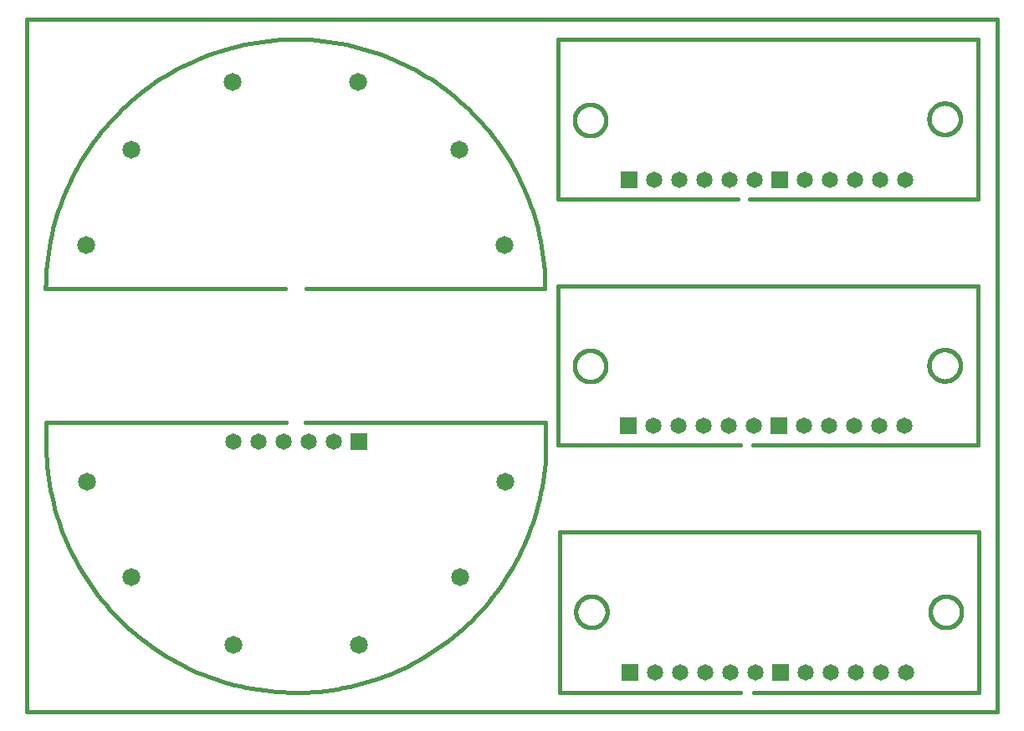
<source format=gbl>
G75*
%MOIN*%
%OFA0B0*%
%FSLAX25Y25*%
%IPPOS*%
%LPD*%
%AMOC8*
5,1,8,0,0,1.08239X$1,22.5*
%
%ADD10C,0.01600*%
%ADD11C,0.07124*%
%ADD12R,0.06500X0.06500*%
%ADD13C,0.06500*%
D10*
X0001800Y0025623D02*
X0001800Y0301463D01*
X0388760Y0301463D01*
X0388760Y0025623D01*
X0001800Y0025623D01*
X0009689Y0138093D02*
X0009592Y0135653D01*
X0009554Y0133211D01*
X0009575Y0130769D01*
X0009657Y0128328D01*
X0009799Y0125890D01*
X0010000Y0123456D01*
X0010261Y0121028D01*
X0010581Y0118607D01*
X0010961Y0116195D01*
X0011399Y0113792D01*
X0011896Y0111401D01*
X0012452Y0109023D01*
X0013066Y0106659D01*
X0013738Y0104311D01*
X0014467Y0101981D01*
X0015253Y0099668D01*
X0016095Y0097376D01*
X0016994Y0095105D01*
X0017947Y0092857D01*
X0018956Y0090633D01*
X0020019Y0088434D01*
X0021135Y0086262D01*
X0022304Y0084118D01*
X0023526Y0082003D01*
X0024799Y0079919D01*
X0026123Y0077867D01*
X0027496Y0075848D01*
X0028919Y0073863D01*
X0030390Y0071913D01*
X0031908Y0070000D01*
X0033473Y0068125D01*
X0035083Y0066289D01*
X0036738Y0064493D01*
X0038436Y0062738D01*
X0040177Y0061025D01*
X0041959Y0059356D01*
X0043782Y0057730D01*
X0045644Y0056150D01*
X0047544Y0054616D01*
X0049481Y0053129D01*
X0051454Y0051690D01*
X0053462Y0050299D01*
X0055503Y0048958D01*
X0057576Y0047668D01*
X0059681Y0046429D01*
X0061815Y0045242D01*
X0063977Y0044107D01*
X0066167Y0043026D01*
X0068383Y0041999D01*
X0070623Y0041027D01*
X0072886Y0040110D01*
X0075172Y0039248D01*
X0077477Y0038443D01*
X0079802Y0037694D01*
X0082144Y0037003D01*
X0084503Y0036370D01*
X0086876Y0035794D01*
X0089263Y0035277D01*
X0091661Y0034818D01*
X0094071Y0034418D01*
X0096489Y0034078D01*
X0098915Y0033797D01*
X0101347Y0033575D01*
X0103784Y0033414D01*
X0106224Y0033311D01*
X0108665Y0033269D01*
X0111108Y0033287D01*
X0113548Y0033364D01*
X0115987Y0033502D01*
X0118421Y0033699D01*
X0120850Y0033956D01*
X0123271Y0034272D01*
X0125684Y0034647D01*
X0128087Y0035082D01*
X0130479Y0035575D01*
X0132858Y0036127D01*
X0135223Y0036736D01*
X0137572Y0037404D01*
X0139904Y0038129D01*
X0142218Y0038911D01*
X0144511Y0039750D01*
X0146784Y0040644D01*
X0149034Y0041594D01*
X0151260Y0042599D01*
X0153460Y0043658D01*
X0155634Y0044770D01*
X0157780Y0045936D01*
X0159897Y0047154D01*
X0161983Y0048423D01*
X0164038Y0049744D01*
X0166059Y0051114D01*
X0168047Y0052533D01*
X0169999Y0054001D01*
X0171914Y0055515D01*
X0173792Y0057077D01*
X0175631Y0058684D01*
X0177430Y0060336D01*
X0179188Y0062031D01*
X0180903Y0063769D01*
X0182576Y0065548D01*
X0184205Y0067368D01*
X0185788Y0069227D01*
X0187325Y0071125D01*
X0188816Y0073059D01*
X0190258Y0075030D01*
X0191652Y0077035D01*
X0192997Y0079074D01*
X0194290Y0081145D01*
X0195533Y0083248D01*
X0196724Y0085380D01*
X0197862Y0087540D01*
X0198947Y0089728D01*
X0199978Y0091942D01*
X0200954Y0094181D01*
X0201875Y0096443D01*
X0202741Y0098726D01*
X0203550Y0101030D01*
X0204302Y0103354D01*
X0204997Y0105695D01*
X0205635Y0108052D01*
X0206215Y0110425D01*
X0206736Y0112811D01*
X0207199Y0115208D01*
X0207603Y0117617D01*
X0207947Y0120035D01*
X0208232Y0122460D01*
X0208458Y0124892D01*
X0208624Y0127328D01*
X0208730Y0129768D01*
X0208777Y0132210D01*
X0208763Y0134652D01*
X0208690Y0137093D01*
X0208690Y0134843D02*
X0208690Y0140843D01*
X0208440Y0140843D02*
X0112940Y0140843D01*
X0105440Y0140843D02*
X0009940Y0140843D01*
X0009690Y0140843D02*
X0009690Y0138093D01*
X0009440Y0194093D02*
X0104940Y0194093D01*
X0009440Y0194093D02*
X0009470Y0196516D01*
X0009558Y0198937D01*
X0009705Y0201356D01*
X0009912Y0203770D01*
X0010177Y0206179D01*
X0010500Y0208580D01*
X0010882Y0210973D01*
X0011322Y0213356D01*
X0011820Y0215727D01*
X0012376Y0218086D01*
X0012989Y0220430D01*
X0013659Y0222759D01*
X0014385Y0225071D01*
X0015167Y0227364D01*
X0016005Y0229637D01*
X0016898Y0231890D01*
X0017846Y0234120D01*
X0018848Y0236326D01*
X0019903Y0238508D01*
X0021011Y0240663D01*
X0022171Y0242790D01*
X0023383Y0244889D01*
X0024645Y0246957D01*
X0025957Y0248994D01*
X0027319Y0250998D01*
X0028729Y0252969D01*
X0030186Y0254905D01*
X0031690Y0256804D01*
X0033240Y0258667D01*
X0034835Y0260491D01*
X0036474Y0262276D01*
X0038156Y0264020D01*
X0039880Y0265723D01*
X0041644Y0267384D01*
X0043449Y0269001D01*
X0045293Y0270573D01*
X0047174Y0272101D01*
X0049092Y0273582D01*
X0051045Y0275015D01*
X0053033Y0276401D01*
X0055054Y0277738D01*
X0057106Y0279026D01*
X0059190Y0280263D01*
X0061303Y0281448D01*
X0063444Y0282583D01*
X0065613Y0283664D01*
X0067807Y0284693D01*
X0070025Y0285667D01*
X0072267Y0286588D01*
X0074530Y0287454D01*
X0076813Y0288264D01*
X0079116Y0289018D01*
X0081436Y0289716D01*
X0083773Y0290358D01*
X0086125Y0290942D01*
X0088490Y0291469D01*
X0090867Y0291938D01*
X0093255Y0292349D01*
X0095652Y0292702D01*
X0098058Y0292996D01*
X0100469Y0293232D01*
X0102886Y0293409D01*
X0105306Y0293527D01*
X0107728Y0293586D01*
X0110152Y0293586D01*
X0112574Y0293527D01*
X0114994Y0293409D01*
X0117411Y0293232D01*
X0119822Y0292996D01*
X0122228Y0292702D01*
X0124625Y0292349D01*
X0127013Y0291938D01*
X0129390Y0291469D01*
X0131755Y0290942D01*
X0134107Y0290358D01*
X0136444Y0289716D01*
X0138764Y0289018D01*
X0141067Y0288264D01*
X0143350Y0287454D01*
X0145613Y0286588D01*
X0147855Y0285667D01*
X0150073Y0284693D01*
X0152267Y0283664D01*
X0154436Y0282583D01*
X0156577Y0281448D01*
X0158690Y0280263D01*
X0160774Y0279026D01*
X0162826Y0277738D01*
X0164847Y0276401D01*
X0166835Y0275015D01*
X0168788Y0273582D01*
X0170706Y0272101D01*
X0172587Y0270573D01*
X0174431Y0269001D01*
X0176236Y0267384D01*
X0178000Y0265723D01*
X0179724Y0264020D01*
X0181406Y0262276D01*
X0183045Y0260491D01*
X0184640Y0258667D01*
X0186190Y0256804D01*
X0187694Y0254905D01*
X0189151Y0252969D01*
X0190561Y0250998D01*
X0191923Y0248994D01*
X0193235Y0246957D01*
X0194497Y0244889D01*
X0195709Y0242790D01*
X0196869Y0240663D01*
X0197977Y0238508D01*
X0199032Y0236326D01*
X0200034Y0234120D01*
X0200982Y0231890D01*
X0201875Y0229637D01*
X0202713Y0227364D01*
X0203495Y0225071D01*
X0204221Y0222759D01*
X0204891Y0220430D01*
X0205504Y0218086D01*
X0206060Y0215727D01*
X0206558Y0213356D01*
X0206998Y0210973D01*
X0207380Y0208580D01*
X0207703Y0206179D01*
X0207968Y0203770D01*
X0208175Y0201356D01*
X0208322Y0198937D01*
X0208410Y0196516D01*
X0208440Y0194093D01*
X0113190Y0194093D01*
X0213690Y0195343D02*
X0213690Y0131843D01*
X0286190Y0131843D01*
X0291440Y0131843D02*
X0380940Y0131843D01*
X0380940Y0195343D01*
X0213690Y0195343D01*
X0220190Y0163343D02*
X0220192Y0163501D01*
X0220198Y0163658D01*
X0220208Y0163816D01*
X0220222Y0163973D01*
X0220240Y0164129D01*
X0220261Y0164286D01*
X0220287Y0164441D01*
X0220317Y0164596D01*
X0220350Y0164750D01*
X0220388Y0164903D01*
X0220429Y0165056D01*
X0220474Y0165207D01*
X0220523Y0165357D01*
X0220576Y0165505D01*
X0220632Y0165653D01*
X0220693Y0165798D01*
X0220756Y0165943D01*
X0220824Y0166085D01*
X0220895Y0166226D01*
X0220969Y0166365D01*
X0221047Y0166502D01*
X0221129Y0166637D01*
X0221213Y0166770D01*
X0221302Y0166901D01*
X0221393Y0167029D01*
X0221488Y0167156D01*
X0221585Y0167279D01*
X0221686Y0167401D01*
X0221790Y0167519D01*
X0221897Y0167635D01*
X0222007Y0167748D01*
X0222119Y0167859D01*
X0222235Y0167966D01*
X0222353Y0168071D01*
X0222473Y0168173D01*
X0222596Y0168271D01*
X0222722Y0168367D01*
X0222850Y0168459D01*
X0222980Y0168548D01*
X0223112Y0168634D01*
X0223247Y0168716D01*
X0223384Y0168795D01*
X0223522Y0168870D01*
X0223662Y0168942D01*
X0223805Y0169010D01*
X0223948Y0169075D01*
X0224094Y0169136D01*
X0224241Y0169193D01*
X0224389Y0169247D01*
X0224539Y0169297D01*
X0224689Y0169343D01*
X0224841Y0169385D01*
X0224994Y0169424D01*
X0225148Y0169458D01*
X0225303Y0169489D01*
X0225458Y0169515D01*
X0225614Y0169538D01*
X0225771Y0169557D01*
X0225928Y0169572D01*
X0226085Y0169583D01*
X0226243Y0169590D01*
X0226401Y0169593D01*
X0226558Y0169592D01*
X0226716Y0169587D01*
X0226873Y0169578D01*
X0227031Y0169565D01*
X0227187Y0169548D01*
X0227344Y0169527D01*
X0227499Y0169503D01*
X0227654Y0169474D01*
X0227809Y0169441D01*
X0227962Y0169405D01*
X0228115Y0169364D01*
X0228266Y0169320D01*
X0228416Y0169272D01*
X0228565Y0169221D01*
X0228713Y0169165D01*
X0228859Y0169106D01*
X0229004Y0169043D01*
X0229147Y0168976D01*
X0229288Y0168906D01*
X0229427Y0168833D01*
X0229565Y0168756D01*
X0229701Y0168675D01*
X0229834Y0168591D01*
X0229965Y0168504D01*
X0230094Y0168413D01*
X0230221Y0168319D01*
X0230346Y0168222D01*
X0230467Y0168122D01*
X0230587Y0168019D01*
X0230703Y0167913D01*
X0230817Y0167804D01*
X0230929Y0167692D01*
X0231037Y0167578D01*
X0231142Y0167460D01*
X0231245Y0167340D01*
X0231344Y0167218D01*
X0231440Y0167093D01*
X0231533Y0166965D01*
X0231623Y0166836D01*
X0231709Y0166704D01*
X0231793Y0166570D01*
X0231872Y0166434D01*
X0231949Y0166296D01*
X0232021Y0166156D01*
X0232090Y0166014D01*
X0232156Y0165871D01*
X0232218Y0165726D01*
X0232276Y0165579D01*
X0232331Y0165431D01*
X0232382Y0165282D01*
X0232429Y0165131D01*
X0232472Y0164980D01*
X0232511Y0164827D01*
X0232547Y0164673D01*
X0232578Y0164519D01*
X0232606Y0164364D01*
X0232630Y0164208D01*
X0232650Y0164051D01*
X0232666Y0163894D01*
X0232678Y0163737D01*
X0232686Y0163580D01*
X0232690Y0163422D01*
X0232690Y0163264D01*
X0232686Y0163106D01*
X0232678Y0162949D01*
X0232666Y0162792D01*
X0232650Y0162635D01*
X0232630Y0162478D01*
X0232606Y0162322D01*
X0232578Y0162167D01*
X0232547Y0162013D01*
X0232511Y0161859D01*
X0232472Y0161706D01*
X0232429Y0161555D01*
X0232382Y0161404D01*
X0232331Y0161255D01*
X0232276Y0161107D01*
X0232218Y0160960D01*
X0232156Y0160815D01*
X0232090Y0160672D01*
X0232021Y0160530D01*
X0231949Y0160390D01*
X0231872Y0160252D01*
X0231793Y0160116D01*
X0231709Y0159982D01*
X0231623Y0159850D01*
X0231533Y0159721D01*
X0231440Y0159593D01*
X0231344Y0159468D01*
X0231245Y0159346D01*
X0231142Y0159226D01*
X0231037Y0159108D01*
X0230929Y0158994D01*
X0230817Y0158882D01*
X0230703Y0158773D01*
X0230587Y0158667D01*
X0230467Y0158564D01*
X0230346Y0158464D01*
X0230221Y0158367D01*
X0230094Y0158273D01*
X0229965Y0158182D01*
X0229834Y0158095D01*
X0229701Y0158011D01*
X0229565Y0157930D01*
X0229427Y0157853D01*
X0229288Y0157780D01*
X0229147Y0157710D01*
X0229004Y0157643D01*
X0228859Y0157580D01*
X0228713Y0157521D01*
X0228565Y0157465D01*
X0228416Y0157414D01*
X0228266Y0157366D01*
X0228115Y0157322D01*
X0227962Y0157281D01*
X0227809Y0157245D01*
X0227654Y0157212D01*
X0227499Y0157183D01*
X0227344Y0157159D01*
X0227187Y0157138D01*
X0227031Y0157121D01*
X0226873Y0157108D01*
X0226716Y0157099D01*
X0226558Y0157094D01*
X0226401Y0157093D01*
X0226243Y0157096D01*
X0226085Y0157103D01*
X0225928Y0157114D01*
X0225771Y0157129D01*
X0225614Y0157148D01*
X0225458Y0157171D01*
X0225303Y0157197D01*
X0225148Y0157228D01*
X0224994Y0157262D01*
X0224841Y0157301D01*
X0224689Y0157343D01*
X0224539Y0157389D01*
X0224389Y0157439D01*
X0224241Y0157493D01*
X0224094Y0157550D01*
X0223948Y0157611D01*
X0223805Y0157676D01*
X0223662Y0157744D01*
X0223522Y0157816D01*
X0223384Y0157891D01*
X0223247Y0157970D01*
X0223112Y0158052D01*
X0222980Y0158138D01*
X0222850Y0158227D01*
X0222722Y0158319D01*
X0222596Y0158415D01*
X0222473Y0158513D01*
X0222353Y0158615D01*
X0222235Y0158720D01*
X0222119Y0158827D01*
X0222007Y0158938D01*
X0221897Y0159051D01*
X0221790Y0159167D01*
X0221686Y0159285D01*
X0221585Y0159407D01*
X0221488Y0159530D01*
X0221393Y0159657D01*
X0221302Y0159785D01*
X0221213Y0159916D01*
X0221129Y0160049D01*
X0221047Y0160184D01*
X0220969Y0160321D01*
X0220895Y0160460D01*
X0220824Y0160601D01*
X0220756Y0160743D01*
X0220693Y0160888D01*
X0220632Y0161033D01*
X0220576Y0161181D01*
X0220523Y0161329D01*
X0220474Y0161479D01*
X0220429Y0161630D01*
X0220388Y0161783D01*
X0220350Y0161936D01*
X0220317Y0162090D01*
X0220287Y0162245D01*
X0220261Y0162400D01*
X0220240Y0162557D01*
X0220222Y0162713D01*
X0220208Y0162870D01*
X0220198Y0163028D01*
X0220192Y0163185D01*
X0220190Y0163343D01*
X0214440Y0097093D02*
X0381440Y0097093D01*
X0381440Y0033343D01*
X0291690Y0033343D01*
X0286190Y0033343D02*
X0214190Y0033343D01*
X0214190Y0096843D01*
X0220690Y0065343D02*
X0220692Y0065501D01*
X0220698Y0065658D01*
X0220708Y0065816D01*
X0220722Y0065973D01*
X0220740Y0066129D01*
X0220761Y0066286D01*
X0220787Y0066441D01*
X0220817Y0066596D01*
X0220850Y0066750D01*
X0220888Y0066903D01*
X0220929Y0067056D01*
X0220974Y0067207D01*
X0221023Y0067357D01*
X0221076Y0067505D01*
X0221132Y0067653D01*
X0221193Y0067798D01*
X0221256Y0067943D01*
X0221324Y0068085D01*
X0221395Y0068226D01*
X0221469Y0068365D01*
X0221547Y0068502D01*
X0221629Y0068637D01*
X0221713Y0068770D01*
X0221802Y0068901D01*
X0221893Y0069029D01*
X0221988Y0069156D01*
X0222085Y0069279D01*
X0222186Y0069401D01*
X0222290Y0069519D01*
X0222397Y0069635D01*
X0222507Y0069748D01*
X0222619Y0069859D01*
X0222735Y0069966D01*
X0222853Y0070071D01*
X0222973Y0070173D01*
X0223096Y0070271D01*
X0223222Y0070367D01*
X0223350Y0070459D01*
X0223480Y0070548D01*
X0223612Y0070634D01*
X0223747Y0070716D01*
X0223884Y0070795D01*
X0224022Y0070870D01*
X0224162Y0070942D01*
X0224305Y0071010D01*
X0224448Y0071075D01*
X0224594Y0071136D01*
X0224741Y0071193D01*
X0224889Y0071247D01*
X0225039Y0071297D01*
X0225189Y0071343D01*
X0225341Y0071385D01*
X0225494Y0071424D01*
X0225648Y0071458D01*
X0225803Y0071489D01*
X0225958Y0071515D01*
X0226114Y0071538D01*
X0226271Y0071557D01*
X0226428Y0071572D01*
X0226585Y0071583D01*
X0226743Y0071590D01*
X0226901Y0071593D01*
X0227058Y0071592D01*
X0227216Y0071587D01*
X0227373Y0071578D01*
X0227531Y0071565D01*
X0227687Y0071548D01*
X0227844Y0071527D01*
X0227999Y0071503D01*
X0228154Y0071474D01*
X0228309Y0071441D01*
X0228462Y0071405D01*
X0228615Y0071364D01*
X0228766Y0071320D01*
X0228916Y0071272D01*
X0229065Y0071221D01*
X0229213Y0071165D01*
X0229359Y0071106D01*
X0229504Y0071043D01*
X0229647Y0070976D01*
X0229788Y0070906D01*
X0229927Y0070833D01*
X0230065Y0070756D01*
X0230201Y0070675D01*
X0230334Y0070591D01*
X0230465Y0070504D01*
X0230594Y0070413D01*
X0230721Y0070319D01*
X0230846Y0070222D01*
X0230967Y0070122D01*
X0231087Y0070019D01*
X0231203Y0069913D01*
X0231317Y0069804D01*
X0231429Y0069692D01*
X0231537Y0069578D01*
X0231642Y0069460D01*
X0231745Y0069340D01*
X0231844Y0069218D01*
X0231940Y0069093D01*
X0232033Y0068965D01*
X0232123Y0068836D01*
X0232209Y0068704D01*
X0232293Y0068570D01*
X0232372Y0068434D01*
X0232449Y0068296D01*
X0232521Y0068156D01*
X0232590Y0068014D01*
X0232656Y0067871D01*
X0232718Y0067726D01*
X0232776Y0067579D01*
X0232831Y0067431D01*
X0232882Y0067282D01*
X0232929Y0067131D01*
X0232972Y0066980D01*
X0233011Y0066827D01*
X0233047Y0066673D01*
X0233078Y0066519D01*
X0233106Y0066364D01*
X0233130Y0066208D01*
X0233150Y0066051D01*
X0233166Y0065894D01*
X0233178Y0065737D01*
X0233186Y0065580D01*
X0233190Y0065422D01*
X0233190Y0065264D01*
X0233186Y0065106D01*
X0233178Y0064949D01*
X0233166Y0064792D01*
X0233150Y0064635D01*
X0233130Y0064478D01*
X0233106Y0064322D01*
X0233078Y0064167D01*
X0233047Y0064013D01*
X0233011Y0063859D01*
X0232972Y0063706D01*
X0232929Y0063555D01*
X0232882Y0063404D01*
X0232831Y0063255D01*
X0232776Y0063107D01*
X0232718Y0062960D01*
X0232656Y0062815D01*
X0232590Y0062672D01*
X0232521Y0062530D01*
X0232449Y0062390D01*
X0232372Y0062252D01*
X0232293Y0062116D01*
X0232209Y0061982D01*
X0232123Y0061850D01*
X0232033Y0061721D01*
X0231940Y0061593D01*
X0231844Y0061468D01*
X0231745Y0061346D01*
X0231642Y0061226D01*
X0231537Y0061108D01*
X0231429Y0060994D01*
X0231317Y0060882D01*
X0231203Y0060773D01*
X0231087Y0060667D01*
X0230967Y0060564D01*
X0230846Y0060464D01*
X0230721Y0060367D01*
X0230594Y0060273D01*
X0230465Y0060182D01*
X0230334Y0060095D01*
X0230201Y0060011D01*
X0230065Y0059930D01*
X0229927Y0059853D01*
X0229788Y0059780D01*
X0229647Y0059710D01*
X0229504Y0059643D01*
X0229359Y0059580D01*
X0229213Y0059521D01*
X0229065Y0059465D01*
X0228916Y0059414D01*
X0228766Y0059366D01*
X0228615Y0059322D01*
X0228462Y0059281D01*
X0228309Y0059245D01*
X0228154Y0059212D01*
X0227999Y0059183D01*
X0227844Y0059159D01*
X0227687Y0059138D01*
X0227531Y0059121D01*
X0227373Y0059108D01*
X0227216Y0059099D01*
X0227058Y0059094D01*
X0226901Y0059093D01*
X0226743Y0059096D01*
X0226585Y0059103D01*
X0226428Y0059114D01*
X0226271Y0059129D01*
X0226114Y0059148D01*
X0225958Y0059171D01*
X0225803Y0059197D01*
X0225648Y0059228D01*
X0225494Y0059262D01*
X0225341Y0059301D01*
X0225189Y0059343D01*
X0225039Y0059389D01*
X0224889Y0059439D01*
X0224741Y0059493D01*
X0224594Y0059550D01*
X0224448Y0059611D01*
X0224305Y0059676D01*
X0224162Y0059744D01*
X0224022Y0059816D01*
X0223884Y0059891D01*
X0223747Y0059970D01*
X0223612Y0060052D01*
X0223480Y0060138D01*
X0223350Y0060227D01*
X0223222Y0060319D01*
X0223096Y0060415D01*
X0222973Y0060513D01*
X0222853Y0060615D01*
X0222735Y0060720D01*
X0222619Y0060827D01*
X0222507Y0060938D01*
X0222397Y0061051D01*
X0222290Y0061167D01*
X0222186Y0061285D01*
X0222085Y0061407D01*
X0221988Y0061530D01*
X0221893Y0061657D01*
X0221802Y0061785D01*
X0221713Y0061916D01*
X0221629Y0062049D01*
X0221547Y0062184D01*
X0221469Y0062321D01*
X0221395Y0062460D01*
X0221324Y0062601D01*
X0221256Y0062743D01*
X0221193Y0062888D01*
X0221132Y0063033D01*
X0221076Y0063181D01*
X0221023Y0063329D01*
X0220974Y0063479D01*
X0220929Y0063630D01*
X0220888Y0063783D01*
X0220850Y0063936D01*
X0220817Y0064090D01*
X0220787Y0064245D01*
X0220761Y0064400D01*
X0220740Y0064557D01*
X0220722Y0064713D01*
X0220708Y0064870D01*
X0220698Y0065028D01*
X0220692Y0065185D01*
X0220690Y0065343D01*
X0361940Y0065343D02*
X0361942Y0065501D01*
X0361948Y0065658D01*
X0361958Y0065816D01*
X0361972Y0065973D01*
X0361990Y0066129D01*
X0362011Y0066286D01*
X0362037Y0066441D01*
X0362067Y0066596D01*
X0362100Y0066750D01*
X0362138Y0066903D01*
X0362179Y0067056D01*
X0362224Y0067207D01*
X0362273Y0067357D01*
X0362326Y0067505D01*
X0362382Y0067653D01*
X0362443Y0067798D01*
X0362506Y0067943D01*
X0362574Y0068085D01*
X0362645Y0068226D01*
X0362719Y0068365D01*
X0362797Y0068502D01*
X0362879Y0068637D01*
X0362963Y0068770D01*
X0363052Y0068901D01*
X0363143Y0069029D01*
X0363238Y0069156D01*
X0363335Y0069279D01*
X0363436Y0069401D01*
X0363540Y0069519D01*
X0363647Y0069635D01*
X0363757Y0069748D01*
X0363869Y0069859D01*
X0363985Y0069966D01*
X0364103Y0070071D01*
X0364223Y0070173D01*
X0364346Y0070271D01*
X0364472Y0070367D01*
X0364600Y0070459D01*
X0364730Y0070548D01*
X0364862Y0070634D01*
X0364997Y0070716D01*
X0365134Y0070795D01*
X0365272Y0070870D01*
X0365412Y0070942D01*
X0365555Y0071010D01*
X0365698Y0071075D01*
X0365844Y0071136D01*
X0365991Y0071193D01*
X0366139Y0071247D01*
X0366289Y0071297D01*
X0366439Y0071343D01*
X0366591Y0071385D01*
X0366744Y0071424D01*
X0366898Y0071458D01*
X0367053Y0071489D01*
X0367208Y0071515D01*
X0367364Y0071538D01*
X0367521Y0071557D01*
X0367678Y0071572D01*
X0367835Y0071583D01*
X0367993Y0071590D01*
X0368151Y0071593D01*
X0368308Y0071592D01*
X0368466Y0071587D01*
X0368623Y0071578D01*
X0368781Y0071565D01*
X0368937Y0071548D01*
X0369094Y0071527D01*
X0369249Y0071503D01*
X0369404Y0071474D01*
X0369559Y0071441D01*
X0369712Y0071405D01*
X0369865Y0071364D01*
X0370016Y0071320D01*
X0370166Y0071272D01*
X0370315Y0071221D01*
X0370463Y0071165D01*
X0370609Y0071106D01*
X0370754Y0071043D01*
X0370897Y0070976D01*
X0371038Y0070906D01*
X0371177Y0070833D01*
X0371315Y0070756D01*
X0371451Y0070675D01*
X0371584Y0070591D01*
X0371715Y0070504D01*
X0371844Y0070413D01*
X0371971Y0070319D01*
X0372096Y0070222D01*
X0372217Y0070122D01*
X0372337Y0070019D01*
X0372453Y0069913D01*
X0372567Y0069804D01*
X0372679Y0069692D01*
X0372787Y0069578D01*
X0372892Y0069460D01*
X0372995Y0069340D01*
X0373094Y0069218D01*
X0373190Y0069093D01*
X0373283Y0068965D01*
X0373373Y0068836D01*
X0373459Y0068704D01*
X0373543Y0068570D01*
X0373622Y0068434D01*
X0373699Y0068296D01*
X0373771Y0068156D01*
X0373840Y0068014D01*
X0373906Y0067871D01*
X0373968Y0067726D01*
X0374026Y0067579D01*
X0374081Y0067431D01*
X0374132Y0067282D01*
X0374179Y0067131D01*
X0374222Y0066980D01*
X0374261Y0066827D01*
X0374297Y0066673D01*
X0374328Y0066519D01*
X0374356Y0066364D01*
X0374380Y0066208D01*
X0374400Y0066051D01*
X0374416Y0065894D01*
X0374428Y0065737D01*
X0374436Y0065580D01*
X0374440Y0065422D01*
X0374440Y0065264D01*
X0374436Y0065106D01*
X0374428Y0064949D01*
X0374416Y0064792D01*
X0374400Y0064635D01*
X0374380Y0064478D01*
X0374356Y0064322D01*
X0374328Y0064167D01*
X0374297Y0064013D01*
X0374261Y0063859D01*
X0374222Y0063706D01*
X0374179Y0063555D01*
X0374132Y0063404D01*
X0374081Y0063255D01*
X0374026Y0063107D01*
X0373968Y0062960D01*
X0373906Y0062815D01*
X0373840Y0062672D01*
X0373771Y0062530D01*
X0373699Y0062390D01*
X0373622Y0062252D01*
X0373543Y0062116D01*
X0373459Y0061982D01*
X0373373Y0061850D01*
X0373283Y0061721D01*
X0373190Y0061593D01*
X0373094Y0061468D01*
X0372995Y0061346D01*
X0372892Y0061226D01*
X0372787Y0061108D01*
X0372679Y0060994D01*
X0372567Y0060882D01*
X0372453Y0060773D01*
X0372337Y0060667D01*
X0372217Y0060564D01*
X0372096Y0060464D01*
X0371971Y0060367D01*
X0371844Y0060273D01*
X0371715Y0060182D01*
X0371584Y0060095D01*
X0371451Y0060011D01*
X0371315Y0059930D01*
X0371177Y0059853D01*
X0371038Y0059780D01*
X0370897Y0059710D01*
X0370754Y0059643D01*
X0370609Y0059580D01*
X0370463Y0059521D01*
X0370315Y0059465D01*
X0370166Y0059414D01*
X0370016Y0059366D01*
X0369865Y0059322D01*
X0369712Y0059281D01*
X0369559Y0059245D01*
X0369404Y0059212D01*
X0369249Y0059183D01*
X0369094Y0059159D01*
X0368937Y0059138D01*
X0368781Y0059121D01*
X0368623Y0059108D01*
X0368466Y0059099D01*
X0368308Y0059094D01*
X0368151Y0059093D01*
X0367993Y0059096D01*
X0367835Y0059103D01*
X0367678Y0059114D01*
X0367521Y0059129D01*
X0367364Y0059148D01*
X0367208Y0059171D01*
X0367053Y0059197D01*
X0366898Y0059228D01*
X0366744Y0059262D01*
X0366591Y0059301D01*
X0366439Y0059343D01*
X0366289Y0059389D01*
X0366139Y0059439D01*
X0365991Y0059493D01*
X0365844Y0059550D01*
X0365698Y0059611D01*
X0365555Y0059676D01*
X0365412Y0059744D01*
X0365272Y0059816D01*
X0365134Y0059891D01*
X0364997Y0059970D01*
X0364862Y0060052D01*
X0364730Y0060138D01*
X0364600Y0060227D01*
X0364472Y0060319D01*
X0364346Y0060415D01*
X0364223Y0060513D01*
X0364103Y0060615D01*
X0363985Y0060720D01*
X0363869Y0060827D01*
X0363757Y0060938D01*
X0363647Y0061051D01*
X0363540Y0061167D01*
X0363436Y0061285D01*
X0363335Y0061407D01*
X0363238Y0061530D01*
X0363143Y0061657D01*
X0363052Y0061785D01*
X0362963Y0061916D01*
X0362879Y0062049D01*
X0362797Y0062184D01*
X0362719Y0062321D01*
X0362645Y0062460D01*
X0362574Y0062601D01*
X0362506Y0062743D01*
X0362443Y0062888D01*
X0362382Y0063033D01*
X0362326Y0063181D01*
X0362273Y0063329D01*
X0362224Y0063479D01*
X0362179Y0063630D01*
X0362138Y0063783D01*
X0362100Y0063936D01*
X0362067Y0064090D01*
X0362037Y0064245D01*
X0362011Y0064400D01*
X0361990Y0064557D01*
X0361972Y0064713D01*
X0361958Y0064870D01*
X0361948Y0065028D01*
X0361942Y0065185D01*
X0361940Y0065343D01*
X0361440Y0163593D02*
X0361442Y0163751D01*
X0361448Y0163908D01*
X0361458Y0164066D01*
X0361472Y0164223D01*
X0361490Y0164379D01*
X0361511Y0164536D01*
X0361537Y0164691D01*
X0361567Y0164846D01*
X0361600Y0165000D01*
X0361638Y0165153D01*
X0361679Y0165306D01*
X0361724Y0165457D01*
X0361773Y0165607D01*
X0361826Y0165755D01*
X0361882Y0165903D01*
X0361943Y0166048D01*
X0362006Y0166193D01*
X0362074Y0166335D01*
X0362145Y0166476D01*
X0362219Y0166615D01*
X0362297Y0166752D01*
X0362379Y0166887D01*
X0362463Y0167020D01*
X0362552Y0167151D01*
X0362643Y0167279D01*
X0362738Y0167406D01*
X0362835Y0167529D01*
X0362936Y0167651D01*
X0363040Y0167769D01*
X0363147Y0167885D01*
X0363257Y0167998D01*
X0363369Y0168109D01*
X0363485Y0168216D01*
X0363603Y0168321D01*
X0363723Y0168423D01*
X0363846Y0168521D01*
X0363972Y0168617D01*
X0364100Y0168709D01*
X0364230Y0168798D01*
X0364362Y0168884D01*
X0364497Y0168966D01*
X0364634Y0169045D01*
X0364772Y0169120D01*
X0364912Y0169192D01*
X0365055Y0169260D01*
X0365198Y0169325D01*
X0365344Y0169386D01*
X0365491Y0169443D01*
X0365639Y0169497D01*
X0365789Y0169547D01*
X0365939Y0169593D01*
X0366091Y0169635D01*
X0366244Y0169674D01*
X0366398Y0169708D01*
X0366553Y0169739D01*
X0366708Y0169765D01*
X0366864Y0169788D01*
X0367021Y0169807D01*
X0367178Y0169822D01*
X0367335Y0169833D01*
X0367493Y0169840D01*
X0367651Y0169843D01*
X0367808Y0169842D01*
X0367966Y0169837D01*
X0368123Y0169828D01*
X0368281Y0169815D01*
X0368437Y0169798D01*
X0368594Y0169777D01*
X0368749Y0169753D01*
X0368904Y0169724D01*
X0369059Y0169691D01*
X0369212Y0169655D01*
X0369365Y0169614D01*
X0369516Y0169570D01*
X0369666Y0169522D01*
X0369815Y0169471D01*
X0369963Y0169415D01*
X0370109Y0169356D01*
X0370254Y0169293D01*
X0370397Y0169226D01*
X0370538Y0169156D01*
X0370677Y0169083D01*
X0370815Y0169006D01*
X0370951Y0168925D01*
X0371084Y0168841D01*
X0371215Y0168754D01*
X0371344Y0168663D01*
X0371471Y0168569D01*
X0371596Y0168472D01*
X0371717Y0168372D01*
X0371837Y0168269D01*
X0371953Y0168163D01*
X0372067Y0168054D01*
X0372179Y0167942D01*
X0372287Y0167828D01*
X0372392Y0167710D01*
X0372495Y0167590D01*
X0372594Y0167468D01*
X0372690Y0167343D01*
X0372783Y0167215D01*
X0372873Y0167086D01*
X0372959Y0166954D01*
X0373043Y0166820D01*
X0373122Y0166684D01*
X0373199Y0166546D01*
X0373271Y0166406D01*
X0373340Y0166264D01*
X0373406Y0166121D01*
X0373468Y0165976D01*
X0373526Y0165829D01*
X0373581Y0165681D01*
X0373632Y0165532D01*
X0373679Y0165381D01*
X0373722Y0165230D01*
X0373761Y0165077D01*
X0373797Y0164923D01*
X0373828Y0164769D01*
X0373856Y0164614D01*
X0373880Y0164458D01*
X0373900Y0164301D01*
X0373916Y0164144D01*
X0373928Y0163987D01*
X0373936Y0163830D01*
X0373940Y0163672D01*
X0373940Y0163514D01*
X0373936Y0163356D01*
X0373928Y0163199D01*
X0373916Y0163042D01*
X0373900Y0162885D01*
X0373880Y0162728D01*
X0373856Y0162572D01*
X0373828Y0162417D01*
X0373797Y0162263D01*
X0373761Y0162109D01*
X0373722Y0161956D01*
X0373679Y0161805D01*
X0373632Y0161654D01*
X0373581Y0161505D01*
X0373526Y0161357D01*
X0373468Y0161210D01*
X0373406Y0161065D01*
X0373340Y0160922D01*
X0373271Y0160780D01*
X0373199Y0160640D01*
X0373122Y0160502D01*
X0373043Y0160366D01*
X0372959Y0160232D01*
X0372873Y0160100D01*
X0372783Y0159971D01*
X0372690Y0159843D01*
X0372594Y0159718D01*
X0372495Y0159596D01*
X0372392Y0159476D01*
X0372287Y0159358D01*
X0372179Y0159244D01*
X0372067Y0159132D01*
X0371953Y0159023D01*
X0371837Y0158917D01*
X0371717Y0158814D01*
X0371596Y0158714D01*
X0371471Y0158617D01*
X0371344Y0158523D01*
X0371215Y0158432D01*
X0371084Y0158345D01*
X0370951Y0158261D01*
X0370815Y0158180D01*
X0370677Y0158103D01*
X0370538Y0158030D01*
X0370397Y0157960D01*
X0370254Y0157893D01*
X0370109Y0157830D01*
X0369963Y0157771D01*
X0369815Y0157715D01*
X0369666Y0157664D01*
X0369516Y0157616D01*
X0369365Y0157572D01*
X0369212Y0157531D01*
X0369059Y0157495D01*
X0368904Y0157462D01*
X0368749Y0157433D01*
X0368594Y0157409D01*
X0368437Y0157388D01*
X0368281Y0157371D01*
X0368123Y0157358D01*
X0367966Y0157349D01*
X0367808Y0157344D01*
X0367651Y0157343D01*
X0367493Y0157346D01*
X0367335Y0157353D01*
X0367178Y0157364D01*
X0367021Y0157379D01*
X0366864Y0157398D01*
X0366708Y0157421D01*
X0366553Y0157447D01*
X0366398Y0157478D01*
X0366244Y0157512D01*
X0366091Y0157551D01*
X0365939Y0157593D01*
X0365789Y0157639D01*
X0365639Y0157689D01*
X0365491Y0157743D01*
X0365344Y0157800D01*
X0365198Y0157861D01*
X0365055Y0157926D01*
X0364912Y0157994D01*
X0364772Y0158066D01*
X0364634Y0158141D01*
X0364497Y0158220D01*
X0364362Y0158302D01*
X0364230Y0158388D01*
X0364100Y0158477D01*
X0363972Y0158569D01*
X0363846Y0158665D01*
X0363723Y0158763D01*
X0363603Y0158865D01*
X0363485Y0158970D01*
X0363369Y0159077D01*
X0363257Y0159188D01*
X0363147Y0159301D01*
X0363040Y0159417D01*
X0362936Y0159535D01*
X0362835Y0159657D01*
X0362738Y0159780D01*
X0362643Y0159907D01*
X0362552Y0160035D01*
X0362463Y0160166D01*
X0362379Y0160299D01*
X0362297Y0160434D01*
X0362219Y0160571D01*
X0362145Y0160710D01*
X0362074Y0160851D01*
X0362006Y0160993D01*
X0361943Y0161138D01*
X0361882Y0161283D01*
X0361826Y0161431D01*
X0361773Y0161579D01*
X0361724Y0161729D01*
X0361679Y0161880D01*
X0361638Y0162033D01*
X0361600Y0162186D01*
X0361567Y0162340D01*
X0361537Y0162495D01*
X0361511Y0162650D01*
X0361490Y0162807D01*
X0361472Y0162963D01*
X0361458Y0163120D01*
X0361448Y0163278D01*
X0361442Y0163435D01*
X0361440Y0163593D01*
X0380940Y0229843D02*
X0289940Y0229843D01*
X0285440Y0229843D02*
X0213690Y0229843D01*
X0213690Y0293593D01*
X0380690Y0293593D01*
X0380940Y0293593D02*
X0380940Y0229843D01*
X0361440Y0261843D02*
X0361442Y0262001D01*
X0361448Y0262158D01*
X0361458Y0262316D01*
X0361472Y0262473D01*
X0361490Y0262629D01*
X0361511Y0262786D01*
X0361537Y0262941D01*
X0361567Y0263096D01*
X0361600Y0263250D01*
X0361638Y0263403D01*
X0361679Y0263556D01*
X0361724Y0263707D01*
X0361773Y0263857D01*
X0361826Y0264005D01*
X0361882Y0264153D01*
X0361943Y0264298D01*
X0362006Y0264443D01*
X0362074Y0264585D01*
X0362145Y0264726D01*
X0362219Y0264865D01*
X0362297Y0265002D01*
X0362379Y0265137D01*
X0362463Y0265270D01*
X0362552Y0265401D01*
X0362643Y0265529D01*
X0362738Y0265656D01*
X0362835Y0265779D01*
X0362936Y0265901D01*
X0363040Y0266019D01*
X0363147Y0266135D01*
X0363257Y0266248D01*
X0363369Y0266359D01*
X0363485Y0266466D01*
X0363603Y0266571D01*
X0363723Y0266673D01*
X0363846Y0266771D01*
X0363972Y0266867D01*
X0364100Y0266959D01*
X0364230Y0267048D01*
X0364362Y0267134D01*
X0364497Y0267216D01*
X0364634Y0267295D01*
X0364772Y0267370D01*
X0364912Y0267442D01*
X0365055Y0267510D01*
X0365198Y0267575D01*
X0365344Y0267636D01*
X0365491Y0267693D01*
X0365639Y0267747D01*
X0365789Y0267797D01*
X0365939Y0267843D01*
X0366091Y0267885D01*
X0366244Y0267924D01*
X0366398Y0267958D01*
X0366553Y0267989D01*
X0366708Y0268015D01*
X0366864Y0268038D01*
X0367021Y0268057D01*
X0367178Y0268072D01*
X0367335Y0268083D01*
X0367493Y0268090D01*
X0367651Y0268093D01*
X0367808Y0268092D01*
X0367966Y0268087D01*
X0368123Y0268078D01*
X0368281Y0268065D01*
X0368437Y0268048D01*
X0368594Y0268027D01*
X0368749Y0268003D01*
X0368904Y0267974D01*
X0369059Y0267941D01*
X0369212Y0267905D01*
X0369365Y0267864D01*
X0369516Y0267820D01*
X0369666Y0267772D01*
X0369815Y0267721D01*
X0369963Y0267665D01*
X0370109Y0267606D01*
X0370254Y0267543D01*
X0370397Y0267476D01*
X0370538Y0267406D01*
X0370677Y0267333D01*
X0370815Y0267256D01*
X0370951Y0267175D01*
X0371084Y0267091D01*
X0371215Y0267004D01*
X0371344Y0266913D01*
X0371471Y0266819D01*
X0371596Y0266722D01*
X0371717Y0266622D01*
X0371837Y0266519D01*
X0371953Y0266413D01*
X0372067Y0266304D01*
X0372179Y0266192D01*
X0372287Y0266078D01*
X0372392Y0265960D01*
X0372495Y0265840D01*
X0372594Y0265718D01*
X0372690Y0265593D01*
X0372783Y0265465D01*
X0372873Y0265336D01*
X0372959Y0265204D01*
X0373043Y0265070D01*
X0373122Y0264934D01*
X0373199Y0264796D01*
X0373271Y0264656D01*
X0373340Y0264514D01*
X0373406Y0264371D01*
X0373468Y0264226D01*
X0373526Y0264079D01*
X0373581Y0263931D01*
X0373632Y0263782D01*
X0373679Y0263631D01*
X0373722Y0263480D01*
X0373761Y0263327D01*
X0373797Y0263173D01*
X0373828Y0263019D01*
X0373856Y0262864D01*
X0373880Y0262708D01*
X0373900Y0262551D01*
X0373916Y0262394D01*
X0373928Y0262237D01*
X0373936Y0262080D01*
X0373940Y0261922D01*
X0373940Y0261764D01*
X0373936Y0261606D01*
X0373928Y0261449D01*
X0373916Y0261292D01*
X0373900Y0261135D01*
X0373880Y0260978D01*
X0373856Y0260822D01*
X0373828Y0260667D01*
X0373797Y0260513D01*
X0373761Y0260359D01*
X0373722Y0260206D01*
X0373679Y0260055D01*
X0373632Y0259904D01*
X0373581Y0259755D01*
X0373526Y0259607D01*
X0373468Y0259460D01*
X0373406Y0259315D01*
X0373340Y0259172D01*
X0373271Y0259030D01*
X0373199Y0258890D01*
X0373122Y0258752D01*
X0373043Y0258616D01*
X0372959Y0258482D01*
X0372873Y0258350D01*
X0372783Y0258221D01*
X0372690Y0258093D01*
X0372594Y0257968D01*
X0372495Y0257846D01*
X0372392Y0257726D01*
X0372287Y0257608D01*
X0372179Y0257494D01*
X0372067Y0257382D01*
X0371953Y0257273D01*
X0371837Y0257167D01*
X0371717Y0257064D01*
X0371596Y0256964D01*
X0371471Y0256867D01*
X0371344Y0256773D01*
X0371215Y0256682D01*
X0371084Y0256595D01*
X0370951Y0256511D01*
X0370815Y0256430D01*
X0370677Y0256353D01*
X0370538Y0256280D01*
X0370397Y0256210D01*
X0370254Y0256143D01*
X0370109Y0256080D01*
X0369963Y0256021D01*
X0369815Y0255965D01*
X0369666Y0255914D01*
X0369516Y0255866D01*
X0369365Y0255822D01*
X0369212Y0255781D01*
X0369059Y0255745D01*
X0368904Y0255712D01*
X0368749Y0255683D01*
X0368594Y0255659D01*
X0368437Y0255638D01*
X0368281Y0255621D01*
X0368123Y0255608D01*
X0367966Y0255599D01*
X0367808Y0255594D01*
X0367651Y0255593D01*
X0367493Y0255596D01*
X0367335Y0255603D01*
X0367178Y0255614D01*
X0367021Y0255629D01*
X0366864Y0255648D01*
X0366708Y0255671D01*
X0366553Y0255697D01*
X0366398Y0255728D01*
X0366244Y0255762D01*
X0366091Y0255801D01*
X0365939Y0255843D01*
X0365789Y0255889D01*
X0365639Y0255939D01*
X0365491Y0255993D01*
X0365344Y0256050D01*
X0365198Y0256111D01*
X0365055Y0256176D01*
X0364912Y0256244D01*
X0364772Y0256316D01*
X0364634Y0256391D01*
X0364497Y0256470D01*
X0364362Y0256552D01*
X0364230Y0256638D01*
X0364100Y0256727D01*
X0363972Y0256819D01*
X0363846Y0256915D01*
X0363723Y0257013D01*
X0363603Y0257115D01*
X0363485Y0257220D01*
X0363369Y0257327D01*
X0363257Y0257438D01*
X0363147Y0257551D01*
X0363040Y0257667D01*
X0362936Y0257785D01*
X0362835Y0257907D01*
X0362738Y0258030D01*
X0362643Y0258157D01*
X0362552Y0258285D01*
X0362463Y0258416D01*
X0362379Y0258549D01*
X0362297Y0258684D01*
X0362219Y0258821D01*
X0362145Y0258960D01*
X0362074Y0259101D01*
X0362006Y0259243D01*
X0361943Y0259388D01*
X0361882Y0259533D01*
X0361826Y0259681D01*
X0361773Y0259829D01*
X0361724Y0259979D01*
X0361679Y0260130D01*
X0361638Y0260283D01*
X0361600Y0260436D01*
X0361567Y0260590D01*
X0361537Y0260745D01*
X0361511Y0260900D01*
X0361490Y0261057D01*
X0361472Y0261213D01*
X0361458Y0261370D01*
X0361448Y0261528D01*
X0361442Y0261685D01*
X0361440Y0261843D01*
X0220190Y0261343D02*
X0220192Y0261501D01*
X0220198Y0261658D01*
X0220208Y0261816D01*
X0220222Y0261973D01*
X0220240Y0262129D01*
X0220261Y0262286D01*
X0220287Y0262441D01*
X0220317Y0262596D01*
X0220350Y0262750D01*
X0220388Y0262903D01*
X0220429Y0263056D01*
X0220474Y0263207D01*
X0220523Y0263357D01*
X0220576Y0263505D01*
X0220632Y0263653D01*
X0220693Y0263798D01*
X0220756Y0263943D01*
X0220824Y0264085D01*
X0220895Y0264226D01*
X0220969Y0264365D01*
X0221047Y0264502D01*
X0221129Y0264637D01*
X0221213Y0264770D01*
X0221302Y0264901D01*
X0221393Y0265029D01*
X0221488Y0265156D01*
X0221585Y0265279D01*
X0221686Y0265401D01*
X0221790Y0265519D01*
X0221897Y0265635D01*
X0222007Y0265748D01*
X0222119Y0265859D01*
X0222235Y0265966D01*
X0222353Y0266071D01*
X0222473Y0266173D01*
X0222596Y0266271D01*
X0222722Y0266367D01*
X0222850Y0266459D01*
X0222980Y0266548D01*
X0223112Y0266634D01*
X0223247Y0266716D01*
X0223384Y0266795D01*
X0223522Y0266870D01*
X0223662Y0266942D01*
X0223805Y0267010D01*
X0223948Y0267075D01*
X0224094Y0267136D01*
X0224241Y0267193D01*
X0224389Y0267247D01*
X0224539Y0267297D01*
X0224689Y0267343D01*
X0224841Y0267385D01*
X0224994Y0267424D01*
X0225148Y0267458D01*
X0225303Y0267489D01*
X0225458Y0267515D01*
X0225614Y0267538D01*
X0225771Y0267557D01*
X0225928Y0267572D01*
X0226085Y0267583D01*
X0226243Y0267590D01*
X0226401Y0267593D01*
X0226558Y0267592D01*
X0226716Y0267587D01*
X0226873Y0267578D01*
X0227031Y0267565D01*
X0227187Y0267548D01*
X0227344Y0267527D01*
X0227499Y0267503D01*
X0227654Y0267474D01*
X0227809Y0267441D01*
X0227962Y0267405D01*
X0228115Y0267364D01*
X0228266Y0267320D01*
X0228416Y0267272D01*
X0228565Y0267221D01*
X0228713Y0267165D01*
X0228859Y0267106D01*
X0229004Y0267043D01*
X0229147Y0266976D01*
X0229288Y0266906D01*
X0229427Y0266833D01*
X0229565Y0266756D01*
X0229701Y0266675D01*
X0229834Y0266591D01*
X0229965Y0266504D01*
X0230094Y0266413D01*
X0230221Y0266319D01*
X0230346Y0266222D01*
X0230467Y0266122D01*
X0230587Y0266019D01*
X0230703Y0265913D01*
X0230817Y0265804D01*
X0230929Y0265692D01*
X0231037Y0265578D01*
X0231142Y0265460D01*
X0231245Y0265340D01*
X0231344Y0265218D01*
X0231440Y0265093D01*
X0231533Y0264965D01*
X0231623Y0264836D01*
X0231709Y0264704D01*
X0231793Y0264570D01*
X0231872Y0264434D01*
X0231949Y0264296D01*
X0232021Y0264156D01*
X0232090Y0264014D01*
X0232156Y0263871D01*
X0232218Y0263726D01*
X0232276Y0263579D01*
X0232331Y0263431D01*
X0232382Y0263282D01*
X0232429Y0263131D01*
X0232472Y0262980D01*
X0232511Y0262827D01*
X0232547Y0262673D01*
X0232578Y0262519D01*
X0232606Y0262364D01*
X0232630Y0262208D01*
X0232650Y0262051D01*
X0232666Y0261894D01*
X0232678Y0261737D01*
X0232686Y0261580D01*
X0232690Y0261422D01*
X0232690Y0261264D01*
X0232686Y0261106D01*
X0232678Y0260949D01*
X0232666Y0260792D01*
X0232650Y0260635D01*
X0232630Y0260478D01*
X0232606Y0260322D01*
X0232578Y0260167D01*
X0232547Y0260013D01*
X0232511Y0259859D01*
X0232472Y0259706D01*
X0232429Y0259555D01*
X0232382Y0259404D01*
X0232331Y0259255D01*
X0232276Y0259107D01*
X0232218Y0258960D01*
X0232156Y0258815D01*
X0232090Y0258672D01*
X0232021Y0258530D01*
X0231949Y0258390D01*
X0231872Y0258252D01*
X0231793Y0258116D01*
X0231709Y0257982D01*
X0231623Y0257850D01*
X0231533Y0257721D01*
X0231440Y0257593D01*
X0231344Y0257468D01*
X0231245Y0257346D01*
X0231142Y0257226D01*
X0231037Y0257108D01*
X0230929Y0256994D01*
X0230817Y0256882D01*
X0230703Y0256773D01*
X0230587Y0256667D01*
X0230467Y0256564D01*
X0230346Y0256464D01*
X0230221Y0256367D01*
X0230094Y0256273D01*
X0229965Y0256182D01*
X0229834Y0256095D01*
X0229701Y0256011D01*
X0229565Y0255930D01*
X0229427Y0255853D01*
X0229288Y0255780D01*
X0229147Y0255710D01*
X0229004Y0255643D01*
X0228859Y0255580D01*
X0228713Y0255521D01*
X0228565Y0255465D01*
X0228416Y0255414D01*
X0228266Y0255366D01*
X0228115Y0255322D01*
X0227962Y0255281D01*
X0227809Y0255245D01*
X0227654Y0255212D01*
X0227499Y0255183D01*
X0227344Y0255159D01*
X0227187Y0255138D01*
X0227031Y0255121D01*
X0226873Y0255108D01*
X0226716Y0255099D01*
X0226558Y0255094D01*
X0226401Y0255093D01*
X0226243Y0255096D01*
X0226085Y0255103D01*
X0225928Y0255114D01*
X0225771Y0255129D01*
X0225614Y0255148D01*
X0225458Y0255171D01*
X0225303Y0255197D01*
X0225148Y0255228D01*
X0224994Y0255262D01*
X0224841Y0255301D01*
X0224689Y0255343D01*
X0224539Y0255389D01*
X0224389Y0255439D01*
X0224241Y0255493D01*
X0224094Y0255550D01*
X0223948Y0255611D01*
X0223805Y0255676D01*
X0223662Y0255744D01*
X0223522Y0255816D01*
X0223384Y0255891D01*
X0223247Y0255970D01*
X0223112Y0256052D01*
X0222980Y0256138D01*
X0222850Y0256227D01*
X0222722Y0256319D01*
X0222596Y0256415D01*
X0222473Y0256513D01*
X0222353Y0256615D01*
X0222235Y0256720D01*
X0222119Y0256827D01*
X0222007Y0256938D01*
X0221897Y0257051D01*
X0221790Y0257167D01*
X0221686Y0257285D01*
X0221585Y0257407D01*
X0221488Y0257530D01*
X0221393Y0257657D01*
X0221302Y0257785D01*
X0221213Y0257916D01*
X0221129Y0258049D01*
X0221047Y0258184D01*
X0220969Y0258321D01*
X0220895Y0258460D01*
X0220824Y0258601D01*
X0220756Y0258743D01*
X0220693Y0258888D01*
X0220632Y0259033D01*
X0220576Y0259181D01*
X0220523Y0259329D01*
X0220474Y0259479D01*
X0220429Y0259630D01*
X0220388Y0259783D01*
X0220350Y0259936D01*
X0220317Y0260090D01*
X0220287Y0260245D01*
X0220261Y0260400D01*
X0220240Y0260557D01*
X0220222Y0260713D01*
X0220208Y0260870D01*
X0220198Y0261028D01*
X0220192Y0261185D01*
X0220190Y0261343D01*
X0009440Y0195343D02*
X0009440Y0194343D01*
D11*
X0025557Y0211576D03*
X0043529Y0249515D03*
X0083973Y0276479D03*
X0133907Y0276479D03*
X0174351Y0249515D03*
X0192323Y0211576D03*
X0192640Y0117194D03*
X0174668Y0079225D03*
X0134212Y0052198D03*
X0084168Y0052198D03*
X0043712Y0079225D03*
X0025832Y0117155D03*
D12*
X0134190Y0133093D03*
X0241690Y0139593D03*
X0301690Y0139593D03*
X0301940Y0237593D03*
X0241940Y0237593D03*
X0242440Y0041093D03*
X0302440Y0041093D03*
D13*
X0312440Y0041093D03*
X0322440Y0041093D03*
X0332440Y0041093D03*
X0342440Y0041093D03*
X0352440Y0041093D03*
X0292440Y0041093D03*
X0282440Y0041093D03*
X0272440Y0041093D03*
X0262440Y0041093D03*
X0252440Y0041093D03*
X0251690Y0139593D03*
X0261690Y0139593D03*
X0271690Y0139593D03*
X0281690Y0139593D03*
X0291690Y0139593D03*
X0311690Y0139593D03*
X0321690Y0139593D03*
X0331690Y0139593D03*
X0341690Y0139593D03*
X0351690Y0139593D03*
X0351940Y0237593D03*
X0341940Y0237593D03*
X0331940Y0237593D03*
X0321940Y0237593D03*
X0311940Y0237593D03*
X0291940Y0237593D03*
X0281940Y0237593D03*
X0271940Y0237593D03*
X0261940Y0237593D03*
X0251940Y0237593D03*
X0124190Y0133093D03*
X0114190Y0133093D03*
X0104190Y0133093D03*
X0094190Y0133093D03*
X0084190Y0133093D03*
M02*

</source>
